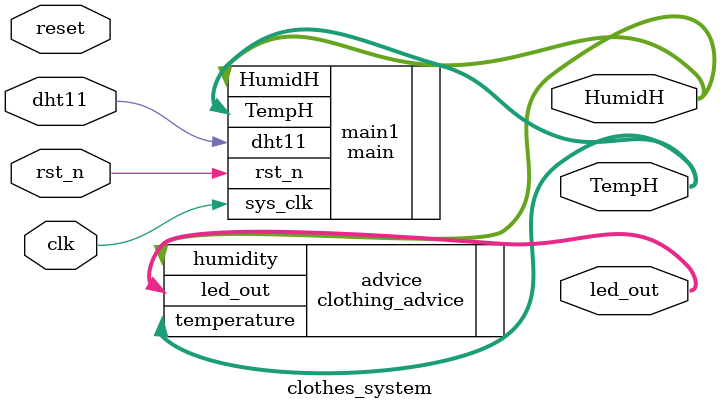
<source format=v>
module clothes_system(
    input clk,
    input rst_n,
    input reset,
    inout dht11,

    output [5:0] led_out,
    output [7:0] TempH,
    output [7:0] HumidH
);


        
    main main1(
    .sys_clk(clk),
    .rst_n(rst_n),
    .dht11(dht11),
    .TempH(TempH),
    .HumidH(HumidH)
     );
    
    clothing_advice advice (
        .temperature(TempH),
        .humidity(HumidH),
        .led_out(led_out)
    );


endmodule

</source>
